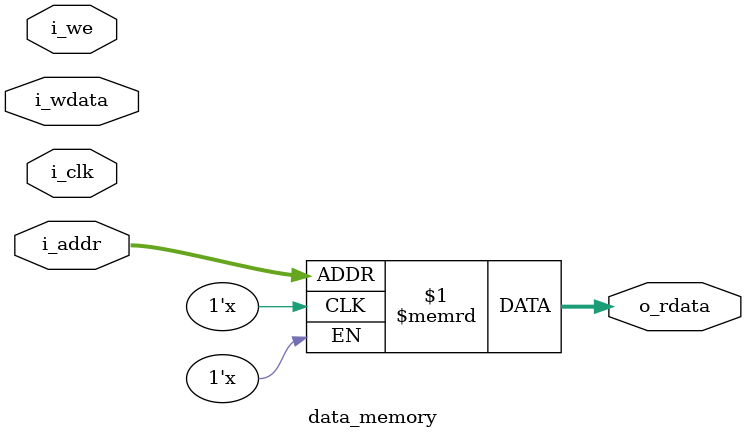
<source format=sv>
/**
    File name: data_memory.sv

    Objective:
        Implement a synchronous data memory module for the RISC-V processor
        with configurable address and data widths.

    Specification:
        - Synchronous write, asynchronous read
        - Configurable memory size through parameters
        - Word-addressable interface (32-bit data)
        - Supports single-cycle read/write operations
        - Initialized to all zeros on power-up

    Functional Diagram:

                    +---------------------------+
                    |                           |
                    |       DATA MEMORY         |
                    |                           |
        i_clk   --->|                           |
        i_we    --->|                           |
        i_addr  --->|                           |
        i_wdata --->|                           |
                    |                           |---> o_rdata
                    +---------------------------+

    Parameters:
        P_ADDR_WIDTH - Address bus width (default: 8 = 256 words)
        P_DATA_WIDTH - Data bus width (default: 32 bits)

    Inputs:
        i_clk      - System clock (posedge triggered)
        i_we       - Write enable (active high)
        i_addr     - Word address input [P_ADDR_WIDTH-1:0]
        i_wdata    - Data input [P_DATA_WIDTH-1:0]

    Outputs:
        o_rdata    - Data output [P_DATA_WIDTH-1:0] (asynchronous read)

    Operation:
        - Reads occur combinatorially when address changes
        - Writes occur on rising clock edge when i_we is high
**/

//----------------------------------------------------------------------------- 
//  Data Memoory Module
//-----------------------------------------------------------------------------
`timescale 1ns / 1ps  // Set simulation time unit to 1ns, precision to 1ps
module data_memory #(
    parameter P_ADDR_WIDTH = 8,                  // Address bus width (default: 8 bits = 256 words)
    parameter P_DATA_WIDTH = 32                  // Data bus width (default: 32 bits per word)
)(
    input  logic                    i_clk,       // System clock (posedge triggered)
    input  logic                    i_we,        // Write enable (active high; 1 = write, 0 = read)
    input  logic [P_ADDR_WIDTH-1:0] i_addr,      // Word address input (unsigned, 0 to 2**P_ADDR_WIDTH-1)
    input  logic [P_DATA_WIDTH-1:0] i_wdata,     // Data input to be written (on write operation)
    output logic [P_DATA_WIDTH-1:0] o_rdata      // Data output (asynchronous read; updates immediately on i_addr change)
);

    // Memory array declaration:
    // - Depth: 2^P_ADDR_WIDTH words (e.g., 256 for P_ADDR_WIDTH=8)
    // - Width: P_DATA_WIDTH bits per word (e.g., 32 bits)
    logic [P_DATA_WIDTH-1:0] r_mem [0:2**(P_ADDR_WIDTH)-1];  // Index from 0 to 2^N-1

    // Asynchronous read: Output reflects mem_r[i_addr] combinatorially
    assign o_rdata = r_mem[i_addr];

    // Synchronous write (clocked):
    always_ff @(posedge i_clk) begin
        if (i_we) begin                  // Write only if i_we=1
            mem_r[i_addr] <= i_wdata;    // Store i_wdata at address i_addr
        end
    end

endmodule
</source>
